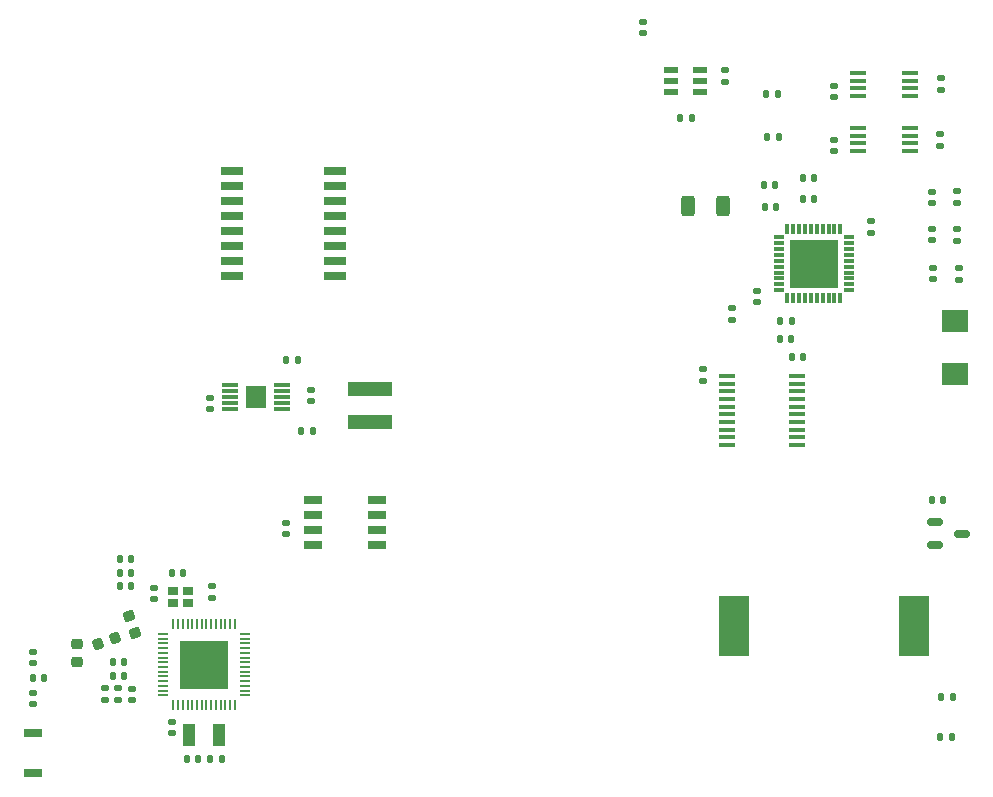
<source format=gtp>
G04 #@! TF.GenerationSoftware,KiCad,Pcbnew,9.0.4*
G04 #@! TF.CreationDate,2025-12-23T06:11:40-05:00*
G04 #@! TF.ProjectId,main_board_v2,6d61696e-5f62-46f6-9172-645f76322e6b,rev?*
G04 #@! TF.SameCoordinates,Original*
G04 #@! TF.FileFunction,Paste,Top*
G04 #@! TF.FilePolarity,Positive*
%FSLAX46Y46*%
G04 Gerber Fmt 4.6, Leading zero omitted, Abs format (unit mm)*
G04 Created by KiCad (PCBNEW 9.0.4) date 2025-12-23 06:11:40*
%MOMM*%
%LPD*%
G01*
G04 APERTURE LIST*
G04 Aperture macros list*
%AMRoundRect*
0 Rectangle with rounded corners*
0 $1 Rounding radius*
0 $2 $3 $4 $5 $6 $7 $8 $9 X,Y pos of 4 corners*
0 Add a 4 corners polygon primitive as box body*
4,1,4,$2,$3,$4,$5,$6,$7,$8,$9,$2,$3,0*
0 Add four circle primitives for the rounded corners*
1,1,$1+$1,$2,$3*
1,1,$1+$1,$4,$5*
1,1,$1+$1,$6,$7*
1,1,$1+$1,$8,$9*
0 Add four rect primitives between the rounded corners*
20,1,$1+$1,$2,$3,$4,$5,0*
20,1,$1+$1,$4,$5,$6,$7,0*
20,1,$1+$1,$6,$7,$8,$9,0*
20,1,$1+$1,$8,$9,$2,$3,0*%
G04 Aperture macros list end*
%ADD10RoundRect,0.135000X-0.185000X0.135000X-0.185000X-0.135000X0.185000X-0.135000X0.185000X0.135000X0*%
%ADD11R,1.425000X0.300000*%
%ADD12R,1.680000X1.880000*%
%ADD13RoundRect,0.140000X-0.140000X-0.170000X0.140000X-0.170000X0.140000X0.170000X-0.140000X0.170000X0*%
%ADD14R,1.100000X1.900000*%
%ADD15RoundRect,0.140000X-0.170000X0.140000X-0.170000X-0.140000X0.170000X-0.140000X0.170000X0.140000X0*%
%ADD16RoundRect,0.150000X-0.512500X-0.150000X0.512500X-0.150000X0.512500X0.150000X-0.512500X0.150000X0*%
%ADD17RoundRect,0.140000X0.170000X-0.140000X0.170000X0.140000X-0.170000X0.140000X-0.170000X-0.140000X0*%
%ADD18R,2.259800X1.874000*%
%ADD19R,1.910000X0.640000*%
%ADD20R,1.150000X0.600000*%
%ADD21RoundRect,0.135000X0.135000X0.185000X-0.135000X0.185000X-0.135000X-0.185000X0.135000X-0.185000X0*%
%ADD22RoundRect,0.147500X0.147500X0.172500X-0.147500X0.172500X-0.147500X-0.172500X0.147500X-0.172500X0*%
%ADD23RoundRect,0.140000X0.140000X0.170000X-0.140000X0.170000X-0.140000X-0.170000X0.140000X-0.170000X0*%
%ADD24RoundRect,0.135000X-0.135000X-0.185000X0.135000X-0.185000X0.135000X0.185000X-0.135000X0.185000X0*%
%ADD25R,1.600000X0.800000*%
%ADD26R,0.850000X0.200000*%
%ADD27R,0.200000X0.850000*%
%ADD28R,4.050000X4.050000*%
%ADD29RoundRect,0.250000X-0.312500X-0.625000X0.312500X-0.625000X0.312500X0.625000X-0.312500X0.625000X0*%
%ADD30RoundRect,0.135000X0.185000X-0.135000X0.185000X0.135000X-0.185000X0.135000X-0.185000X-0.135000X0*%
%ADD31RoundRect,0.218750X-0.117915X-0.315613X0.293200X-0.165979X0.117915X0.315613X-0.293200X0.165979X0*%
%ADD32R,1.400000X0.450000*%
%ADD33RoundRect,0.147500X-0.147500X-0.172500X0.147500X-0.172500X0.147500X0.172500X-0.147500X0.172500X0*%
%ADD34RoundRect,0.147500X0.172500X-0.147500X0.172500X0.147500X-0.172500X0.147500X-0.172500X-0.147500X0*%
%ADD35R,0.850000X0.750000*%
%ADD36R,2.500000X5.100000*%
%ADD37R,0.300000X0.850000*%
%ADD38R,0.850000X0.300000*%
%ADD39R,3.700000X1.200000*%
%ADD40R,1.500000X0.650000*%
%ADD41RoundRect,0.225000X-0.250000X0.225000X-0.250000X-0.225000X0.250000X-0.225000X0.250000X0.225000X0*%
%ADD42RoundRect,0.225000X0.311878X-0.125926X0.157969X0.296936X-0.311878X0.125926X-0.157969X-0.296936X0*%
%ADD43R,1.475000X0.450000*%
G04 APERTURE END LIST*
D10*
X124350000Y-39520000D03*
X124350000Y-40540000D03*
D11*
X62728000Y-52721000D03*
X62728000Y-53221000D03*
X62728000Y-53721000D03*
X62728000Y-54221000D03*
X62728000Y-54721000D03*
X67152000Y-54721000D03*
X67152000Y-54221000D03*
X67152000Y-53721000D03*
X67152000Y-53221000D03*
X67152000Y-52721000D03*
D12*
X64940000Y-53721000D03*
D13*
X111270000Y-36950000D03*
X112230000Y-36950000D03*
D14*
X61830000Y-82350000D03*
X59330000Y-82350000D03*
D15*
X69660000Y-53110000D03*
X69660000Y-54070000D03*
X54450000Y-78470000D03*
X54450000Y-79430000D03*
D16*
X122462500Y-64350000D03*
X122462500Y-66250000D03*
X124737500Y-65300000D03*
D17*
X102812000Y-52355000D03*
X102812000Y-51395000D03*
D18*
X124150000Y-51757000D03*
X124150000Y-47343000D03*
D15*
X97750000Y-22000000D03*
X97750000Y-22960000D03*
D19*
X71700000Y-43491207D03*
X71700000Y-42221207D03*
X71700000Y-40951207D03*
X71700000Y-39681207D03*
X71700000Y-38411207D03*
X71700000Y-37141207D03*
X71700000Y-35871207D03*
X71700000Y-34601207D03*
X62930000Y-34601207D03*
X62930000Y-35871207D03*
X62930000Y-37141207D03*
X62930000Y-38411207D03*
X62930000Y-39681207D03*
X62930000Y-40951207D03*
X62930000Y-42221207D03*
X62930000Y-43491207D03*
D20*
X100100000Y-26050000D03*
X100100000Y-27000000D03*
X100100000Y-27950000D03*
X102600000Y-27950000D03*
X102600000Y-27000000D03*
X102600000Y-26050000D03*
D21*
X109260000Y-31700000D03*
X108240000Y-31700000D03*
D15*
X107350000Y-44750000D03*
X107350000Y-45710000D03*
D13*
X59100000Y-84350000D03*
X60060000Y-84350000D03*
D22*
X47060000Y-77525000D03*
X46090000Y-77525000D03*
D23*
X109000000Y-37650000D03*
X108040000Y-37650000D03*
D24*
X108170000Y-28100000D03*
X109190000Y-28100000D03*
D15*
X122200000Y-39530000D03*
X122200000Y-40490000D03*
D25*
X46100000Y-82200000D03*
X46100000Y-85600000D03*
D26*
X57130000Y-73800000D03*
X57130000Y-74200000D03*
X57130000Y-74600000D03*
X57130000Y-75000000D03*
X57130000Y-75400000D03*
X57130000Y-75800000D03*
X57130000Y-76200000D03*
X57130000Y-76600000D03*
X57130000Y-77000000D03*
X57130000Y-77400000D03*
X57130000Y-77800000D03*
X57130000Y-78200000D03*
X57130000Y-78600000D03*
X57130000Y-79000000D03*
D27*
X57980000Y-79850000D03*
X58380000Y-79850000D03*
X58780000Y-79850000D03*
X59180000Y-79850000D03*
X59580000Y-79850000D03*
X59980000Y-79850000D03*
X60380000Y-79850000D03*
X60780000Y-79850000D03*
X61180000Y-79850000D03*
X61580000Y-79850000D03*
X61980000Y-79850000D03*
X62380000Y-79850000D03*
X62780000Y-79850000D03*
X63180000Y-79850000D03*
D26*
X64030000Y-79000000D03*
X64030000Y-78600000D03*
X64030000Y-78200000D03*
X64030000Y-77800000D03*
X64030000Y-77400000D03*
X64030000Y-77000000D03*
X64030000Y-76600000D03*
X64030000Y-76200000D03*
X64030000Y-75800000D03*
X64030000Y-75400000D03*
X64030000Y-75000000D03*
X64030000Y-74600000D03*
X64030000Y-74200000D03*
X64030000Y-73800000D03*
D27*
X63180000Y-72950000D03*
X62780000Y-72950000D03*
X62380000Y-72950000D03*
X61980000Y-72950000D03*
X61580000Y-72950000D03*
X61180000Y-72950000D03*
X60780000Y-72950000D03*
X60380000Y-72950000D03*
X59980000Y-72950000D03*
X59580000Y-72950000D03*
X59180000Y-72950000D03*
X58780000Y-72950000D03*
X58380000Y-72950000D03*
X57980000Y-72950000D03*
D28*
X60580000Y-76400000D03*
D29*
X101587500Y-37580000D03*
X104512500Y-37580000D03*
D17*
X56330000Y-70880000D03*
X56330000Y-69920000D03*
D15*
X122200000Y-36350000D03*
X122200000Y-37310000D03*
X61100000Y-53820000D03*
X61100000Y-54780000D03*
D23*
X62060000Y-84350000D03*
X61100000Y-84350000D03*
D30*
X61280000Y-70760000D03*
X61280000Y-69740000D03*
D31*
X51589992Y-74688682D03*
X53070008Y-74150000D03*
D13*
X110352000Y-50375000D03*
X111312000Y-50375000D03*
D23*
X54380000Y-67450000D03*
X53420000Y-67450000D03*
D32*
X120375000Y-28250000D03*
X120375000Y-27600000D03*
X120375000Y-26950000D03*
X120375000Y-26300000D03*
X115975000Y-26300000D03*
X115975000Y-26950000D03*
X115975000Y-27600000D03*
X115975000Y-28250000D03*
D33*
X52865000Y-77400000D03*
X53835000Y-77400000D03*
D34*
X46075000Y-79760000D03*
X46075000Y-78790000D03*
D15*
X122250000Y-42830000D03*
X122250000Y-43790000D03*
D13*
X111270000Y-35200000D03*
X112230000Y-35200000D03*
D10*
X124350000Y-36270000D03*
X124350000Y-37290000D03*
D17*
X104650000Y-27030000D03*
X104650000Y-26070000D03*
D23*
X54380000Y-68650000D03*
X53420000Y-68650000D03*
D17*
X113950000Y-32910000D03*
X113950000Y-31950000D03*
D10*
X105250000Y-46240000D03*
X105250000Y-47260000D03*
D15*
X57850000Y-81220000D03*
X57850000Y-82180000D03*
D35*
X57905000Y-71175000D03*
X59255000Y-71175000D03*
X59255000Y-70125000D03*
X57905000Y-70125000D03*
D24*
X67515000Y-50630000D03*
X68535000Y-50630000D03*
D23*
X110300000Y-48850000D03*
X109340000Y-48850000D03*
D13*
X68800000Y-56600000D03*
X69760000Y-56600000D03*
D15*
X67500000Y-64420000D03*
X67500000Y-65380000D03*
D30*
X122900000Y-32520000D03*
X122900000Y-31500000D03*
D36*
X105450000Y-73100000D03*
X120650000Y-73100000D03*
D21*
X123950000Y-79150000D03*
X122930000Y-79150000D03*
X123900000Y-82550000D03*
X122880000Y-82550000D03*
D30*
X122950000Y-27760000D03*
X122950000Y-26740000D03*
D15*
X53300000Y-78420000D03*
X53300000Y-79380000D03*
D23*
X54380000Y-69750000D03*
X53420000Y-69750000D03*
D15*
X52200000Y-78420000D03*
X52200000Y-79380000D03*
D23*
X110330000Y-47300000D03*
X109370000Y-47300000D03*
D17*
X46100000Y-76280000D03*
X46100000Y-75320000D03*
D15*
X117050000Y-38870000D03*
X117050000Y-39830000D03*
D37*
X114450000Y-39500000D03*
X113950000Y-39500000D03*
X113450000Y-39500000D03*
X112950000Y-39500000D03*
X112450000Y-39500000D03*
X111950000Y-39500000D03*
X111450000Y-39500000D03*
X110950000Y-39500000D03*
X110450000Y-39500000D03*
X109950000Y-39500000D03*
D38*
X109250000Y-40200000D03*
X109250000Y-40700000D03*
X109250000Y-41200000D03*
X109250000Y-41700000D03*
X109250000Y-42200000D03*
X109250000Y-42700000D03*
X109250000Y-43200000D03*
X109250000Y-43700000D03*
X109250000Y-44200000D03*
X109250000Y-44700000D03*
D37*
X109950000Y-45400000D03*
X110450000Y-45400000D03*
X110950000Y-45400000D03*
X111450000Y-45400000D03*
X111950000Y-45400000D03*
X112450000Y-45400000D03*
X112950000Y-45400000D03*
X113450000Y-45400000D03*
X113950000Y-45400000D03*
X114450000Y-45400000D03*
D38*
X115150000Y-44700000D03*
X115150000Y-44200000D03*
X115150000Y-43700000D03*
X115150000Y-43200000D03*
X115150000Y-42700000D03*
X115150000Y-42200000D03*
X115150000Y-41700000D03*
X115150000Y-41200000D03*
X115150000Y-40700000D03*
X115150000Y-40200000D03*
D28*
X112200000Y-42450000D03*
D17*
X113950000Y-28380000D03*
X113950000Y-27420000D03*
D23*
X123130000Y-62500000D03*
X122170000Y-62500000D03*
D21*
X101900000Y-30100000D03*
X100880000Y-30100000D03*
D10*
X124450000Y-42780000D03*
X124450000Y-43800000D03*
D39*
X74650000Y-53070000D03*
X74650000Y-55870000D03*
D40*
X69800000Y-62495000D03*
X69800000Y-63765000D03*
X69800000Y-65035000D03*
X69800000Y-66305000D03*
X75200000Y-66305000D03*
X75200000Y-65035000D03*
X75200000Y-63765000D03*
X75200000Y-62495000D03*
D32*
X120350000Y-32925000D03*
X120350000Y-32275000D03*
X120350000Y-31625000D03*
X120350000Y-30975000D03*
X115950000Y-30975000D03*
X115950000Y-31625000D03*
X115950000Y-32275000D03*
X115950000Y-32925000D03*
D23*
X58810000Y-68650000D03*
X57850000Y-68650000D03*
D41*
X49830000Y-74644341D03*
X49830000Y-76194341D03*
D23*
X108950000Y-35800000D03*
X107990000Y-35800000D03*
X53830000Y-76200000D03*
X52870000Y-76200000D03*
D42*
X54732566Y-73726433D03*
X54202434Y-72269909D03*
D43*
X104874000Y-51950000D03*
X104874000Y-52600000D03*
X104874000Y-53250000D03*
X104874000Y-53900000D03*
X104874000Y-54550000D03*
X104874000Y-55200000D03*
X104874000Y-55850000D03*
X104874000Y-56500000D03*
X104874000Y-57150000D03*
X104874000Y-57800000D03*
X110750000Y-57800000D03*
X110750000Y-57150000D03*
X110750000Y-56500000D03*
X110750000Y-55850000D03*
X110750000Y-55200000D03*
X110750000Y-54550000D03*
X110750000Y-53900000D03*
X110750000Y-53250000D03*
X110750000Y-52600000D03*
X110750000Y-51950000D03*
M02*

</source>
